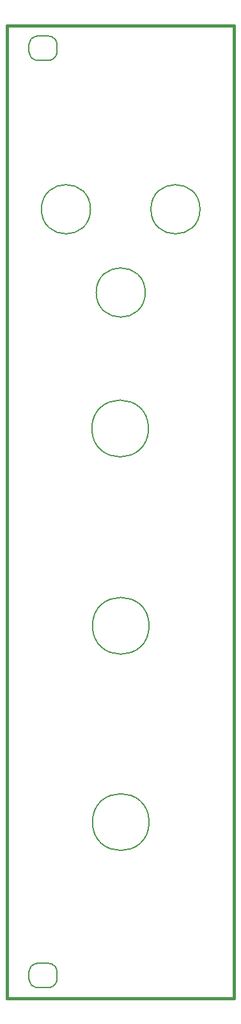
<source format=gbr>
%TF.GenerationSoftware,KiCad,Pcbnew,7.0.2-0*%
%TF.CreationDate,2023-06-28T16:36:39-04:00*%
%TF.ProjectId,Escanaba Euclidean Panel,45736361-6e61-4626-9120-4575636c6964,rev?*%
%TF.SameCoordinates,Original*%
%TF.FileFunction,Profile,NP*%
%FSLAX46Y46*%
G04 Gerber Fmt 4.6, Leading zero omitted, Abs format (unit mm)*
G04 Created by KiCad (PCBNEW 7.0.2-0) date 2023-06-28 16:36:39*
%MOMM*%
%LPD*%
G01*
G04 APERTURE LIST*
%TA.AperFunction,Profile*%
%ADD10C,0.200000*%
%TD*%
%ADD11C,0.200000*%
%TA.AperFunction,Profile*%
%ADD12C,0.400000*%
%TD*%
G04 APERTURE END LIST*
D10*
X89182727Y-36635379D02*
X89182727Y-35760079D01*
D11*
X89182727Y-158260079D02*
X89159003Y-158026587D01*
X89091010Y-157808760D01*
X88983515Y-157611365D01*
X88841286Y-157439169D01*
X88669091Y-157296940D01*
X88471695Y-157189445D01*
X88253868Y-157121452D01*
X88020377Y-157097729D01*
D12*
X112570323Y-33197849D02*
X112570323Y-161697849D01*
D10*
X101358049Y-112504859D02*
G75*
G03*
X101358049Y-112504859I-3750000J0D01*
G01*
D11*
X86620268Y-34597729D02*
X86386776Y-34621452D01*
X86168949Y-34689445D01*
X85971553Y-34796940D01*
X85799358Y-34939169D01*
X85657129Y-35111365D01*
X85549634Y-35308760D01*
X85481641Y-35526587D01*
X85457918Y-35760079D01*
D10*
X85457918Y-158260079D02*
X85457918Y-159135379D01*
D11*
X85457918Y-36635379D02*
X85481641Y-36868870D01*
X85549634Y-37086697D01*
X85657129Y-37284092D01*
X85799358Y-37456288D01*
X85971553Y-37598517D01*
X86168949Y-37706012D01*
X86386776Y-37774005D01*
X86620268Y-37797729D01*
D10*
X108096783Y-57471490D02*
G75*
G03*
X108096783Y-57471490I-3250000J0D01*
G01*
X88020377Y-157097729D02*
X86620268Y-157097729D01*
D12*
X112570323Y-161697849D02*
X82570323Y-161697849D01*
D10*
X93596783Y-57471490D02*
G75*
G03*
X93596783Y-57471490I-3250000J0D01*
G01*
D12*
X82570323Y-161697849D02*
X82570323Y-33197849D01*
D11*
X88020377Y-160297729D02*
X88253868Y-160274005D01*
X88471695Y-160206012D01*
X88669091Y-160098517D01*
X88841286Y-159956288D01*
X88983515Y-159784092D01*
X89091010Y-159586697D01*
X89159003Y-159368870D01*
X89182727Y-159135379D01*
X85457918Y-159135379D02*
X85481641Y-159368870D01*
X85549634Y-159586697D01*
X85657129Y-159784092D01*
X85799358Y-159956288D01*
X85971553Y-160098517D01*
X86168949Y-160206012D01*
X86386776Y-160274005D01*
X86620268Y-160297729D01*
X89182727Y-35760079D02*
X89159003Y-35526587D01*
X89091010Y-35308760D01*
X88983515Y-35111365D01*
X88841286Y-34939169D01*
X88669091Y-34796940D01*
X88471695Y-34689445D01*
X88253868Y-34621452D01*
X88020377Y-34597729D01*
X88020377Y-37797729D02*
X88253868Y-37774005D01*
X88471695Y-37706012D01*
X88669091Y-37598517D01*
X88841286Y-37456288D01*
X88983515Y-37284092D01*
X89091010Y-37086697D01*
X89159003Y-36868870D01*
X89182727Y-36635379D01*
D10*
X85457918Y-35760079D02*
X85457918Y-36635379D01*
X100846803Y-68471490D02*
G75*
G03*
X100846803Y-68471490I-3250000J0D01*
G01*
X101353633Y-138446776D02*
G75*
G03*
X101353633Y-138446776I-3750000J0D01*
G01*
X89182727Y-159135379D02*
X89182727Y-158260079D01*
X86620268Y-160297729D02*
X88020377Y-160297729D01*
D12*
X82570323Y-33197849D02*
X112570323Y-33197849D01*
D10*
X101274644Y-86438474D02*
G75*
G03*
X101274644Y-86438474I-3750000J0D01*
G01*
D11*
X86620268Y-157097729D02*
X86386776Y-157121452D01*
X86168949Y-157189445D01*
X85971553Y-157296940D01*
X85799358Y-157439169D01*
X85657129Y-157611365D01*
X85549634Y-157808760D01*
X85481641Y-158026587D01*
X85457918Y-158260079D01*
D10*
X88020377Y-34597729D02*
X86620268Y-34597729D01*
X86620268Y-37797729D02*
X88020377Y-37797729D01*
M02*

</source>
